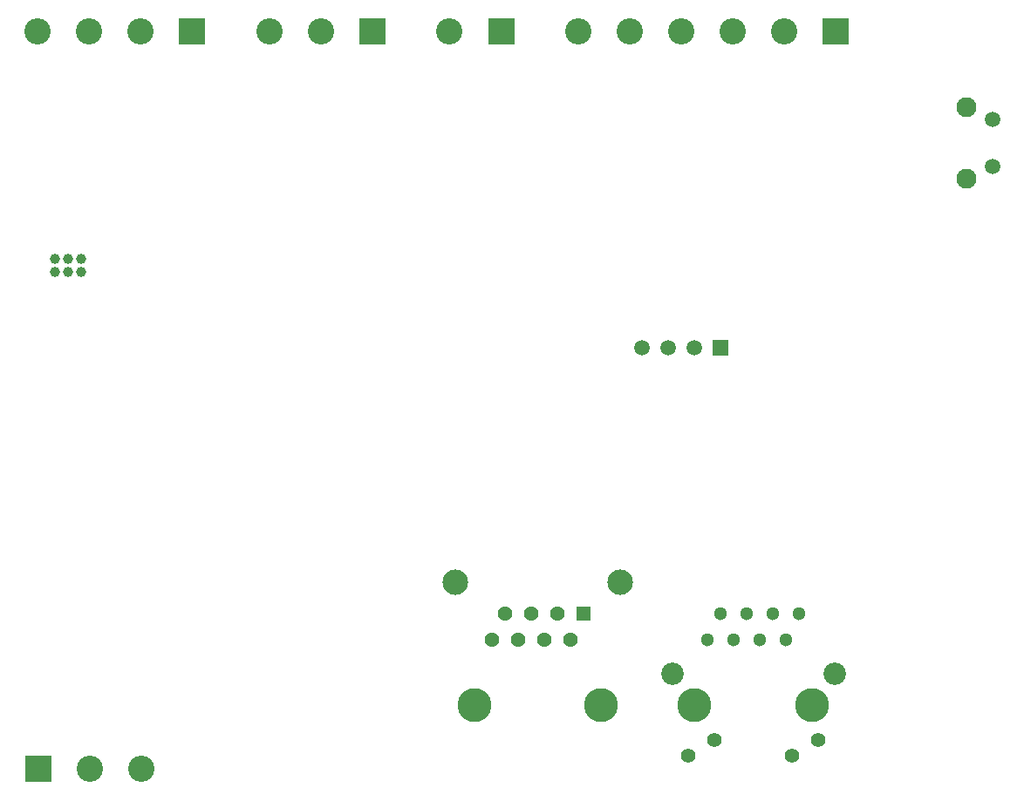
<source format=gbs>
%TF.GenerationSoftware,KiCad,Pcbnew,(5.1.8)-1*%
%TF.CreationDate,2022-12-08T11:32:54+02:00*%
%TF.ProjectId,Scale,5363616c-652e-46b6-9963-61645f706362,rev?*%
%TF.SameCoordinates,Original*%
%TF.FileFunction,Soldermask,Bot*%
%TF.FilePolarity,Negative*%
%FSLAX46Y46*%
G04 Gerber Fmt 4.6, Leading zero omitted, Abs format (unit mm)*
G04 Created by KiCad (PCBNEW (5.1.8)-1) date 2022-12-08 11:32:54*
%MOMM*%
%LPD*%
G01*
G04 APERTURE LIST*
%ADD10C,1.498000*%
%ADD11C,1.950000*%
%ADD12R,2.550000X2.550000*%
%ADD13C,2.550000*%
%ADD14R,1.508000X1.508000*%
%ADD15C,1.508000*%
%ADD16R,1.430000X1.430000*%
%ADD17C,1.430000*%
%ADD18C,2.480000*%
%ADD19C,3.300000*%
%ADD20C,1.000000*%
%ADD21C,1.300000*%
%ADD22C,2.184400*%
%ADD23C,1.408000*%
G04 APERTURE END LIST*
D10*
%TO.C,SW1*%
X190995000Y-78500000D03*
X190995000Y-74000000D03*
D11*
X188505000Y-79755000D03*
X188505000Y-72745000D03*
%TD*%
D12*
%TO.C,J3*%
X98350000Y-137050000D03*
D13*
X103350000Y-137050000D03*
X108350000Y-137050000D03*
%TD*%
D12*
%TO.C,J1*%
X113300000Y-65450000D03*
D13*
X108300000Y-65450000D03*
X103300000Y-65450000D03*
X98300000Y-65450000D03*
%TD*%
D12*
%TO.C,J5*%
X130800000Y-65450000D03*
D13*
X125800000Y-65450000D03*
X120800000Y-65450000D03*
%TD*%
D12*
%TO.C,J2*%
X175800000Y-65450000D03*
D13*
X170800000Y-65450000D03*
X165800000Y-65450000D03*
X160800000Y-65450000D03*
X155800000Y-65450000D03*
X150800000Y-65450000D03*
%TD*%
D12*
%TO.C,J4*%
X143300000Y-65450000D03*
D13*
X138300000Y-65450000D03*
%TD*%
D14*
%TO.C,U15*%
X164560000Y-96150000D03*
D15*
X162020000Y-96150000D03*
X159480000Y-96150000D03*
X156940000Y-96150000D03*
%TD*%
D16*
%TO.C,U1*%
X151295000Y-121960000D03*
D17*
X150025000Y-124500000D03*
X148755000Y-121960000D03*
X147485000Y-124500000D03*
X146215000Y-121960000D03*
X144945000Y-124500000D03*
X143675000Y-121960000D03*
X142405000Y-124500000D03*
D18*
X154875000Y-118950000D03*
X138825000Y-118950000D03*
D19*
X140700000Y-130850000D03*
X153000000Y-130850000D03*
%TD*%
D20*
%TO.C,J6*%
X99980000Y-88770000D03*
X99980000Y-87500000D03*
X101250000Y-88770000D03*
X101250000Y-87500000D03*
X102520000Y-88770000D03*
X102520000Y-87500000D03*
%TD*%
D21*
%TO.C,Con1*%
X172230000Y-121960000D03*
X170960000Y-124500000D03*
X169690000Y-121960000D03*
X168419999Y-124500000D03*
X167149999Y-121960000D03*
X165880000Y-124500000D03*
X164610000Y-121960000D03*
X163340000Y-124500000D03*
D22*
X159910000Y-127800000D03*
X175660000Y-127800000D03*
D19*
X173500000Y-130850001D03*
X162070000Y-130850001D03*
D23*
X174111260Y-134228590D03*
X161461260Y-135748590D03*
X163999410Y-134228090D03*
X171569410Y-135748090D03*
%TD*%
M02*

</source>
